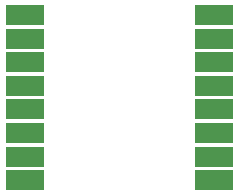
<source format=gtp>
G04 MADE WITH FRITZING*
G04 WWW.FRITZING.ORG*
G04 DOUBLE SIDED*
G04 HOLES PLATED*
G04 CONTOUR ON CENTER OF CONTOUR VECTOR*
%ASAXBY*%
%FSLAX23Y23*%
%MOIN*%
%OFA0B0*%
%SFA1.0B1.0*%
%ADD10R,0.130110X0.067118*%
%ADD11R,0.001000X0.001000*%
%LNPASTEMASK1*%
G90*
G70*
G54D10*
X347Y1236D03*
X347Y1315D03*
X347Y1158D03*
X347Y1079D03*
X347Y1000D03*
X347Y921D03*
X347Y843D03*
X347Y764D03*
X977Y1236D03*
X977Y1315D03*
X977Y1158D03*
X977Y1079D03*
X977Y1000D03*
X977Y921D03*
X977Y843D03*
X977Y764D03*
G54D11*
D02*
G04 End of PasteMask1*
M02*
</source>
